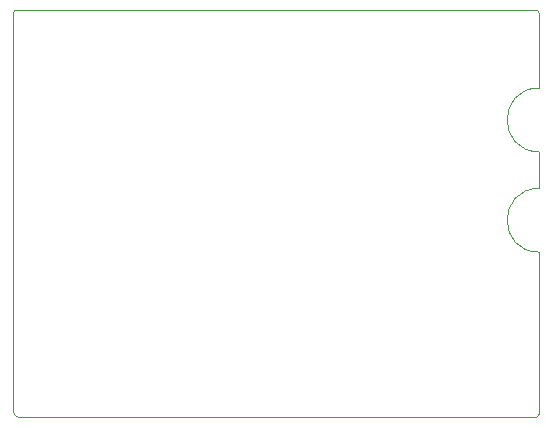
<source format=gbr>
%TF.GenerationSoftware,KiCad,Pcbnew,6.0.8-f2edbf62ab~116~ubuntu22.04.1*%
%TF.CreationDate,2022-10-18T22:53:02+02:00*%
%TF.ProjectId,ble-han-port-if,626c652d-6861-46e2-9d70-6f72742d6966,rev?*%
%TF.SameCoordinates,Original*%
%TF.FileFunction,Profile,NP*%
%FSLAX46Y46*%
G04 Gerber Fmt 4.6, Leading zero omitted, Abs format (unit mm)*
G04 Created by KiCad (PCBNEW 6.0.8-f2edbf62ab~116~ubuntu22.04.1) date 2022-10-18 22:53:02*
%MOMM*%
%LPD*%
G01*
G04 APERTURE LIST*
%TA.AperFunction,Profile*%
%ADD10C,0.050000*%
%TD*%
G04 APERTURE END LIST*
D10*
X115450000Y-84300000D02*
G75*
G03*
X115200000Y-84550000I0J-250000D01*
G01*
X115200000Y-118300000D02*
G75*
G03*
X115700000Y-118800000I500000J0D01*
G01*
X159700000Y-99400000D02*
X159700000Y-96300000D01*
X159700000Y-90900000D02*
X159700000Y-84600000D01*
X159700000Y-90900000D02*
G75*
G03*
X159700000Y-96300000I0J-2700000D01*
G01*
X159700000Y-99400000D02*
G75*
G03*
X159700000Y-104800000I0J-2700000D01*
G01*
X159400000Y-118800000D02*
G75*
G03*
X159700000Y-118500000I0J300000D01*
G01*
X159700000Y-84600000D02*
G75*
G03*
X159400000Y-84300000I-300000J0D01*
G01*
X115700000Y-118800000D02*
X159400000Y-118800000D01*
X159700000Y-118500000D02*
X159700000Y-104800000D01*
X159400000Y-84300000D02*
X115450000Y-84300000D01*
X115200000Y-84550000D02*
X115200000Y-118300000D01*
M02*

</source>
